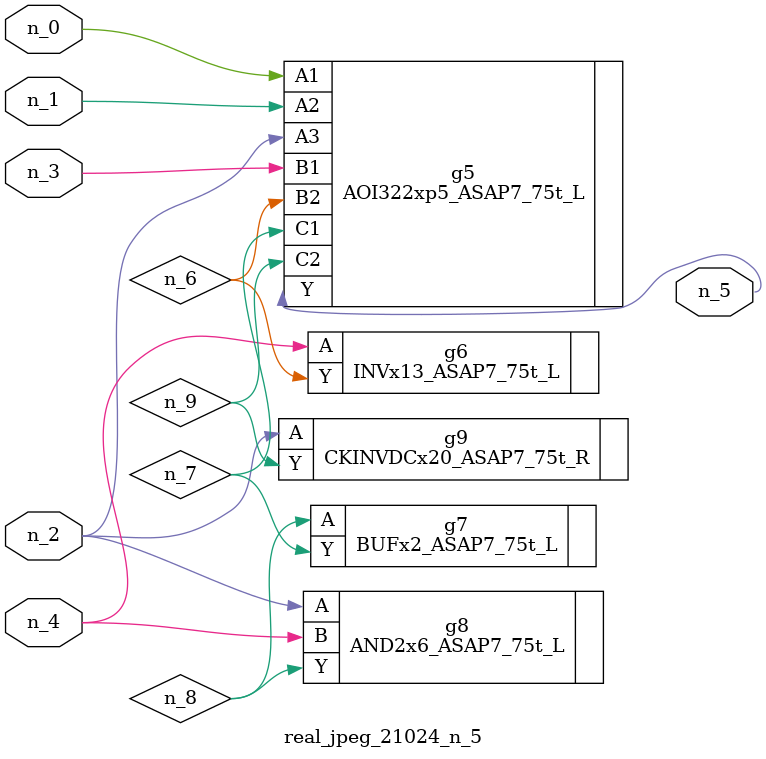
<source format=v>
module real_jpeg_21024_n_5 (n_4, n_0, n_1, n_2, n_3, n_5);

input n_4;
input n_0;
input n_1;
input n_2;
input n_3;

output n_5;

wire n_8;
wire n_6;
wire n_7;
wire n_9;

AOI322xp5_ASAP7_75t_L g5 ( 
.A1(n_0),
.A2(n_1),
.A3(n_2),
.B1(n_3),
.B2(n_6),
.C1(n_7),
.C2(n_9),
.Y(n_5)
);

AND2x6_ASAP7_75t_L g8 ( 
.A(n_2),
.B(n_4),
.Y(n_8)
);

CKINVDCx20_ASAP7_75t_R g9 ( 
.A(n_2),
.Y(n_9)
);

INVx13_ASAP7_75t_L g6 ( 
.A(n_4),
.Y(n_6)
);

BUFx2_ASAP7_75t_L g7 ( 
.A(n_8),
.Y(n_7)
);


endmodule
</source>
